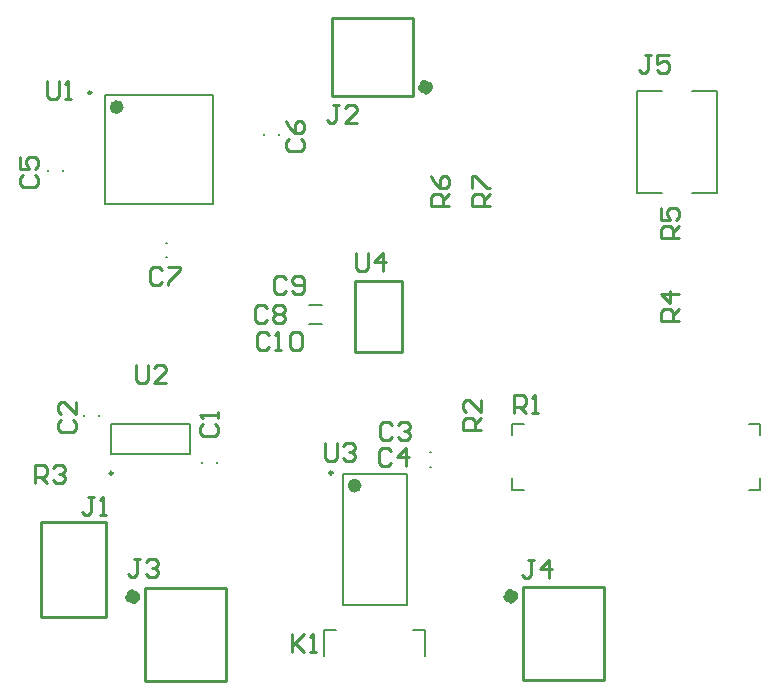
<source format=gto>
G04 Layer_Color=65535*
%FSLAX25Y25*%
%MOIN*%
G70*
G01*
G75*
%ADD27C,0.00984*%
%ADD28C,0.03937*%
%ADD38C,0.02362*%
%ADD39C,0.01000*%
%ADD40C,0.00787*%
D27*
X43504Y-158071D02*
G03*
X43504Y-158071I-492J0D01*
G01*
X116831Y-157972D02*
G03*
X116831Y-157972I-492J0D01*
G01*
X36417Y-31201D02*
G03*
X36417Y-31201I-492J0D01*
G01*
D28*
X148352Y-29409D02*
G03*
X148352Y-29409I-557J0D01*
G01*
X50754Y-199291D02*
G03*
X50754Y-199291I-557J0D01*
G01*
X176777Y-199094D02*
G03*
X176777Y-199094I-557J0D01*
G01*
D38*
X125394Y-162205D02*
G03*
X125394Y-162205I-1181J0D01*
G01*
X46063Y-36024D02*
G03*
X46063Y-36024I-1181J0D01*
G01*
D39*
X19842Y-205866D02*
Y-174370D01*
X41496D01*
Y-204685D02*
Y-174370D01*
Y-205866D02*
Y-204685D01*
X19842Y-205866D02*
X41496D01*
X143795Y-32409D02*
Y-6409D01*
X116795D02*
X143795D01*
X116795Y-32409D02*
Y-6409D01*
Y-32409D02*
X143795D01*
X124213Y-94095D02*
X139961D01*
Y-117717D02*
Y-94095D01*
X124213Y-117717D02*
X139961D01*
X124213D02*
Y-94095D01*
X54197Y-196291D02*
X81197D01*
Y-227291D02*
Y-196291D01*
X54197Y-227291D02*
X81197D01*
X54197D02*
Y-196291D01*
X180220Y-196095D02*
X207221D01*
Y-227095D02*
Y-196095D01*
X180220Y-227095D02*
X207221D01*
X180220D02*
Y-196095D01*
X37266Y-166148D02*
X35267D01*
X36267D01*
Y-171146D01*
X35267Y-172146D01*
X34267D01*
X33268Y-171146D01*
X39266Y-172146D02*
X41265D01*
X40266D01*
Y-166148D01*
X39266Y-167147D01*
X119156Y-35340D02*
X117157D01*
X118157D01*
Y-40339D01*
X117157Y-41339D01*
X116157D01*
X115157Y-40339D01*
X125154Y-41339D02*
X121156D01*
X125154Y-37340D01*
Y-36340D01*
X124155Y-35340D01*
X122155D01*
X121156Y-36340D01*
X73742Y-141671D02*
X72742Y-142670D01*
Y-144670D01*
X73742Y-145669D01*
X77741D01*
X78740Y-144670D01*
Y-142670D01*
X77741Y-141671D01*
X78740Y-139671D02*
Y-137672D01*
Y-138672D01*
X72742D01*
X73742Y-139671D01*
X26399Y-140194D02*
X25400Y-141194D01*
Y-143193D01*
X26399Y-144193D01*
X30398D01*
X31398Y-143193D01*
Y-141194D01*
X30398Y-140194D01*
X31398Y-134196D02*
Y-138195D01*
X27399Y-134196D01*
X26399D01*
X25400Y-135196D01*
Y-137195D01*
X26399Y-138195D01*
X136577Y-141950D02*
X135578Y-140951D01*
X133578D01*
X132579Y-141950D01*
Y-145949D01*
X133578Y-146949D01*
X135578D01*
X136577Y-145949D01*
X138577Y-141950D02*
X139576Y-140951D01*
X141576D01*
X142576Y-141950D01*
Y-142950D01*
X141576Y-143950D01*
X140576D01*
X141576D01*
X142576Y-144949D01*
Y-145949D01*
X141576Y-146949D01*
X139576D01*
X138577Y-145949D01*
X136282Y-150513D02*
X135283Y-149514D01*
X133283D01*
X132283Y-150513D01*
Y-154512D01*
X133283Y-155512D01*
X135283D01*
X136282Y-154512D01*
X141280Y-155512D02*
Y-149514D01*
X138282Y-152513D01*
X142280D01*
X13702Y-58600D02*
X12703Y-59599D01*
Y-61599D01*
X13702Y-62598D01*
X17701D01*
X18701Y-61599D01*
Y-59599D01*
X17701Y-58600D01*
X12703Y-52602D02*
Y-56600D01*
X15702D01*
X14702Y-54601D01*
Y-53601D01*
X15702Y-52602D01*
X17701D01*
X18701Y-53601D01*
Y-55601D01*
X17701Y-56600D01*
X102285Y-46789D02*
X101285Y-47788D01*
Y-49788D01*
X102285Y-50787D01*
X106284D01*
X107283Y-49788D01*
Y-47788D01*
X106284Y-46789D01*
X101285Y-40791D02*
X102285Y-42790D01*
X104284Y-44789D01*
X106284D01*
X107283Y-43790D01*
Y-41790D01*
X106284Y-40791D01*
X105284D01*
X104284Y-41790D01*
Y-44789D01*
X60101Y-90474D02*
X59101Y-89474D01*
X57102D01*
X56102Y-90474D01*
Y-94473D01*
X57102Y-95472D01*
X59101D01*
X60101Y-94473D01*
X62100Y-89474D02*
X66099D01*
Y-90474D01*
X62100Y-94473D01*
Y-95472D01*
X94845Y-103171D02*
X93845Y-102171D01*
X91846D01*
X90847Y-103171D01*
Y-107170D01*
X91846Y-108169D01*
X93845D01*
X94845Y-107170D01*
X96845Y-103171D02*
X97844Y-102171D01*
X99844D01*
X100843Y-103171D01*
Y-104171D01*
X99844Y-105170D01*
X100843Y-106170D01*
Y-107170D01*
X99844Y-108169D01*
X97844D01*
X96845Y-107170D01*
Y-106170D01*
X97844Y-105170D01*
X96845Y-104171D01*
Y-103171D01*
X97844Y-105170D02*
X99844D01*
X101440Y-93427D02*
X100440Y-92427D01*
X98441D01*
X97441Y-93427D01*
Y-97426D01*
X98441Y-98425D01*
X100440D01*
X101440Y-97426D01*
X103439D02*
X104439Y-98425D01*
X106438D01*
X107438Y-97426D01*
Y-93427D01*
X106438Y-92427D01*
X104439D01*
X103439Y-93427D01*
Y-94427D01*
X104439Y-95426D01*
X107438D01*
X95534Y-112128D02*
X94534Y-111128D01*
X92535D01*
X91535Y-112128D01*
Y-116126D01*
X92535Y-117126D01*
X94534D01*
X95534Y-116126D01*
X97534Y-117126D02*
X99533D01*
X98533D01*
Y-111128D01*
X97534Y-112128D01*
X102532D02*
X103532Y-111128D01*
X105531D01*
X106531Y-112128D01*
Y-116126D01*
X105531Y-117126D01*
X103532D01*
X102532Y-116126D01*
Y-112128D01*
X52658Y-186802D02*
X50658D01*
X51658D01*
Y-191800D01*
X50658Y-192800D01*
X49659D01*
X48659Y-191800D01*
X54657Y-187802D02*
X55657Y-186802D01*
X57656D01*
X58656Y-187802D01*
Y-188801D01*
X57656Y-189801D01*
X56656D01*
X57656D01*
X58656Y-190801D01*
Y-191800D01*
X57656Y-192800D01*
X55657D01*
X54657Y-191800D01*
X222958Y-18702D02*
X220958D01*
X221958D01*
Y-23700D01*
X220958Y-24700D01*
X219959D01*
X218959Y-23700D01*
X228956Y-18702D02*
X224957D01*
Y-21701D01*
X226957Y-20701D01*
X227956D01*
X228956Y-21701D01*
Y-23700D01*
X227956Y-24700D01*
X225957D01*
X224957Y-23700D01*
X103347Y-211522D02*
Y-217520D01*
Y-215520D01*
X107345Y-211522D01*
X104346Y-214521D01*
X107345Y-217520D01*
X109344D02*
X111344D01*
X110344D01*
Y-211522D01*
X109344Y-212521D01*
X177328Y-138148D02*
Y-132150D01*
X180327D01*
X181327Y-133150D01*
Y-135149D01*
X180327Y-136149D01*
X177328D01*
X179328D02*
X181327Y-138148D01*
X183326D02*
X185326D01*
X184326D01*
Y-132150D01*
X183326Y-133150D01*
X166339Y-143701D02*
X160340D01*
Y-140702D01*
X161340Y-139702D01*
X163340D01*
X164339Y-140702D01*
Y-143701D01*
Y-141701D02*
X166339Y-139702D01*
Y-133704D02*
Y-137703D01*
X162340Y-133704D01*
X161340D01*
X160340Y-134704D01*
Y-136703D01*
X161340Y-137703D01*
X17717Y-161417D02*
Y-155419D01*
X20716D01*
X21715Y-156419D01*
Y-158418D01*
X20716Y-159418D01*
X17717D01*
X19716D02*
X21715Y-161417D01*
X23715Y-156419D02*
X24714Y-155419D01*
X26714D01*
X27713Y-156419D01*
Y-157419D01*
X26714Y-158418D01*
X25714D01*
X26714D01*
X27713Y-159418D01*
Y-160418D01*
X26714Y-161417D01*
X24714D01*
X23715Y-160418D01*
X232283Y-107283D02*
X226285D01*
Y-104284D01*
X227285Y-103285D01*
X229284D01*
X230284Y-104284D01*
Y-107283D01*
Y-105284D02*
X232283Y-103285D01*
Y-98286D02*
X226285D01*
X229284Y-101285D01*
Y-97287D01*
X232283Y-79724D02*
X226285D01*
Y-76725D01*
X227285Y-75726D01*
X229284D01*
X230284Y-76725D01*
Y-79724D01*
Y-77725D02*
X232283Y-75726D01*
X226285Y-69728D02*
Y-73726D01*
X229284D01*
X228285Y-71727D01*
Y-70727D01*
X229284Y-69728D01*
X231284D01*
X232283Y-70727D01*
Y-72727D01*
X231284Y-73726D01*
X155512Y-68898D02*
X149514D01*
Y-65899D01*
X150513Y-64899D01*
X152513D01*
X153513Y-65899D01*
Y-68898D01*
Y-66898D02*
X155512Y-64899D01*
X149514Y-58901D02*
X150513Y-60900D01*
X152513Y-62900D01*
X154512D01*
X155512Y-61900D01*
Y-59900D01*
X154512Y-58901D01*
X153513D01*
X152513Y-59900D01*
Y-62900D01*
X169291Y-68898D02*
X163293D01*
Y-65899D01*
X164293Y-64899D01*
X166292D01*
X167292Y-65899D01*
Y-68898D01*
Y-66898D02*
X169291Y-64899D01*
X163293Y-62900D02*
Y-58901D01*
X164293D01*
X168292Y-62900D01*
X169291D01*
X21654Y-27466D02*
Y-32465D01*
X22653Y-33465D01*
X24653D01*
X25652Y-32465D01*
Y-27466D01*
X27652Y-33465D02*
X29651D01*
X28651D01*
Y-27466D01*
X27652Y-28466D01*
X51181Y-121955D02*
Y-126953D01*
X52181Y-127953D01*
X54180D01*
X55180Y-126953D01*
Y-121955D01*
X61178Y-127953D02*
X57179D01*
X61178Y-123954D01*
Y-122954D01*
X60178Y-121955D01*
X58179D01*
X57179Y-122954D01*
X114459Y-148029D02*
Y-153027D01*
X115459Y-154027D01*
X117458D01*
X118458Y-153027D01*
Y-148029D01*
X120457Y-149028D02*
X121457Y-148029D01*
X123456D01*
X124456Y-149028D01*
Y-150028D01*
X123456Y-151028D01*
X122457D01*
X123456D01*
X124456Y-152027D01*
Y-153027D01*
X123456Y-154027D01*
X121457D01*
X120457Y-153027D01*
X124707Y-84583D02*
Y-89582D01*
X125707Y-90582D01*
X127707D01*
X128706Y-89582D01*
Y-84583D01*
X133705Y-90582D02*
Y-84583D01*
X130705Y-87582D01*
X134704D01*
X184117Y-186915D02*
X182117D01*
X183117D01*
Y-191914D01*
X182117Y-192913D01*
X181118D01*
X180118Y-191914D01*
X189115Y-192913D02*
Y-186915D01*
X186116Y-189914D01*
X190115D01*
D40*
X176772Y-163583D02*
Y-159646D01*
Y-163583D02*
X180709D01*
X176772Y-145473D02*
Y-141535D01*
X180709D01*
X255512D02*
X259449D01*
Y-145473D02*
Y-141535D01*
Y-163583D02*
Y-159646D01*
X255512Y-163583D02*
X259449D01*
X236811Y-64665D02*
X245079D01*
Y-30807D01*
X236811D02*
X245079D01*
X218307D02*
X226575D01*
X218307Y-64665D02*
Y-30807D01*
Y-64665D02*
X226575D01*
X42913Y-151772D02*
X69291D01*
X42913Y-141535D02*
X69291D01*
X42913Y-151772D02*
Y-141535D01*
X69291Y-151772D02*
Y-141535D01*
X73327Y-154724D02*
Y-154331D01*
X78248Y-154724D02*
Y-154331D01*
X38878Y-138976D02*
Y-138583D01*
X33957Y-138976D02*
Y-138583D01*
X109055Y-108465D02*
X113386D01*
X109055Y-102165D02*
X113386D01*
X120276Y-201969D02*
X141535D01*
X120276Y-158268D02*
X141535D01*
Y-201969D02*
Y-158268D01*
X120276Y-201969D02*
Y-158268D01*
X22146Y-57284D02*
Y-56890D01*
X27067Y-57284D02*
Y-56890D01*
X40945Y-68307D02*
X77165D01*
X40945Y-32087D02*
X77165D01*
Y-68307D02*
Y-32087D01*
X40945Y-68307D02*
Y-32087D01*
X98917Y-45472D02*
Y-45079D01*
X93996Y-45472D02*
Y-45079D01*
X149409Y-151083D02*
X149803D01*
X149409Y-156004D02*
X149803D01*
X114075Y-219094D02*
Y-210433D01*
X118110D01*
X143701D02*
X147539D01*
Y-219094D02*
Y-210433D01*
X61221Y-86122D02*
X61614D01*
X61221Y-81201D02*
X61614D01*
M02*

</source>
